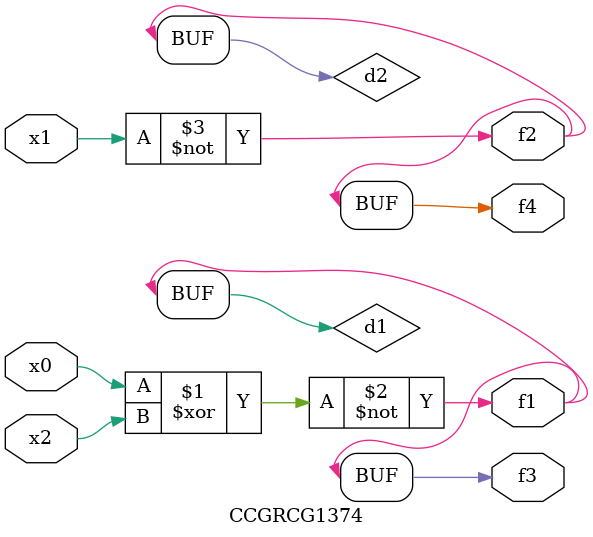
<source format=v>
module CCGRCG1374(
	input x0, x1, x2,
	output f1, f2, f3, f4
);

	wire d1, d2, d3;

	xnor (d1, x0, x2);
	nand (d2, x1);
	nor (d3, x1, x2);
	assign f1 = d1;
	assign f2 = d2;
	assign f3 = d1;
	assign f4 = d2;
endmodule

</source>
